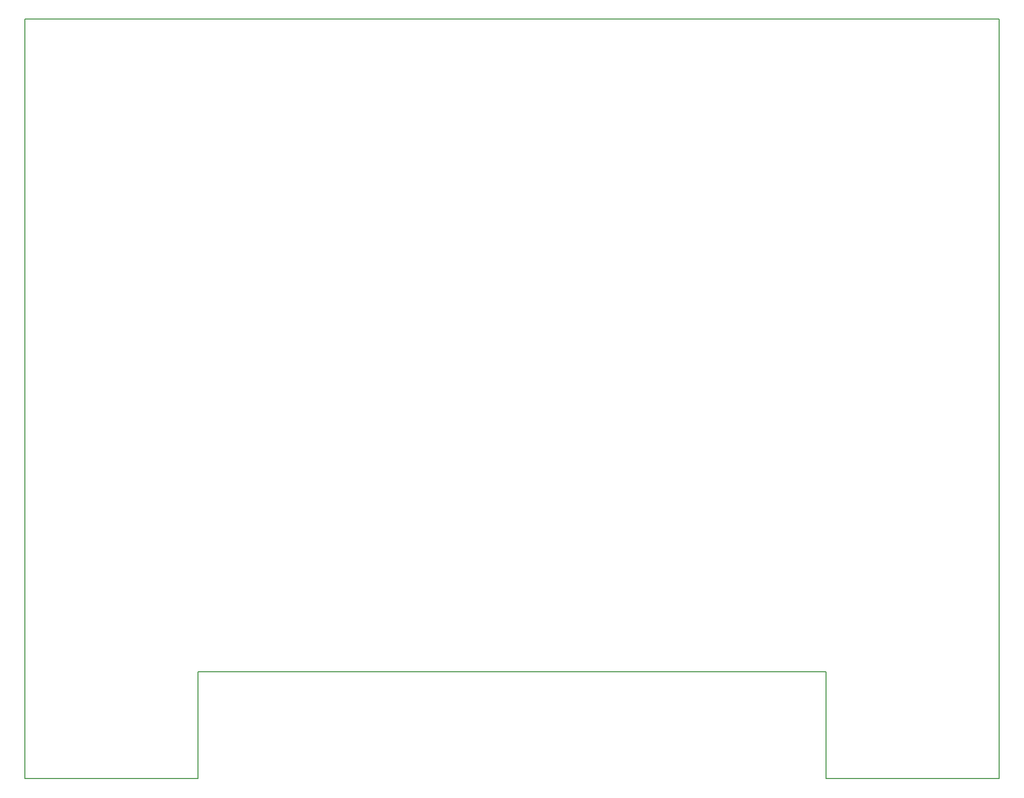
<source format=gbr>
G04 #@! TF.FileFunction,Profile,NP*
%FSLAX46Y46*%
G04 Gerber Fmt 4.6, Leading zero omitted, Abs format (unit mm)*
G04 Created by KiCad (PCBNEW (2014-jul-16 BZR unknown)-product) date Qui 04 Dez 2014 14:42:09 BRST*
%MOMM*%
G01*
G04 APERTURE LIST*
%ADD10C,0.152400*%
G04 APERTURE END LIST*
D10*
X139100000Y-113390000D02*
X30100000Y-113390000D01*
X139100000Y-131900000D02*
X139100000Y-113390000D01*
X169200000Y-131900000D02*
X139100000Y-131900000D01*
X30100000Y-131900000D02*
X30100000Y-113390000D01*
X0Y-131900000D02*
X30100000Y-131900000D01*
X0Y0D02*
X0Y-131900000D01*
X169200000Y0D02*
X169200000Y-131900000D01*
X0Y0D02*
X169200000Y0D01*
M02*

</source>
